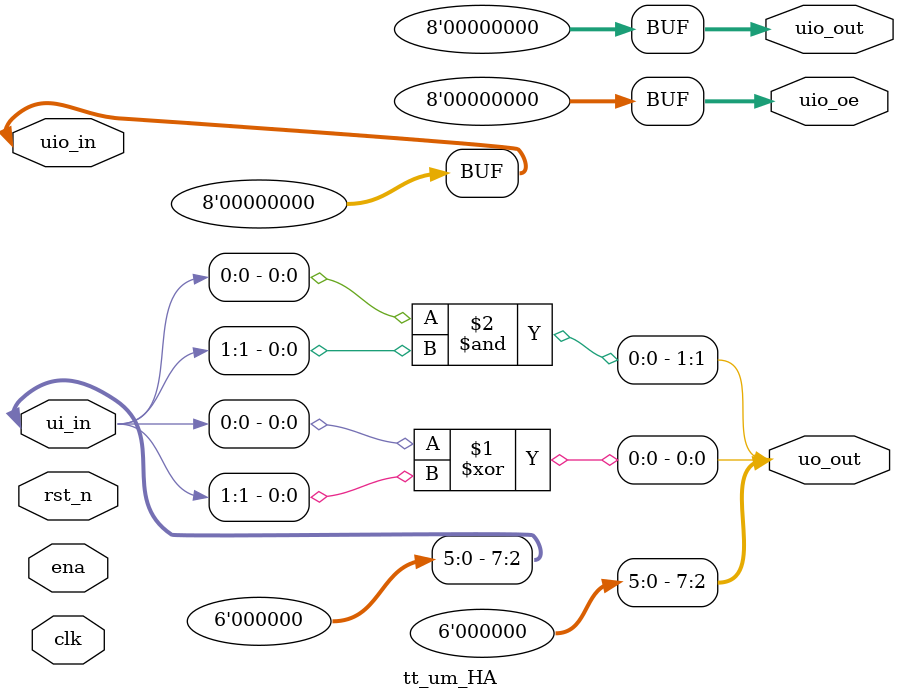
<source format=v>
/*
 * Copyright (c) 2024 Your Name
 * SPDX-License-Identifier: Apache-2.0
 */

`define default_netname none

module tt_um_HA (
    input  wire [7:0] ui_in,    // Dedicated inputs
    output wire [7:0] uo_out,   // Dedicated outputs
    input  wire [7:0] uio_in,   // IOs: Input path
    output wire [7:0] uio_out,  // IOs: Output path
    output wire [7:0] uio_oe,   // IOs: Enable path (active high: 0=input, 1=output)
    input  wire       ena,      // will go high when the design is enabled
    input  wire       clk,      // clock
    input  wire       rst_n     // reset_n - low to reset
);

  // All output pins must be assigned. If not used, assign to 0.
  // assign uo_out  = ui_in + uio_in;  // Example: ou_out is the sum of ui_in and uio_in
    assign ui_in[7:2] = 6'b000000;
    assign uo_out[7:2] = 6'b000000;
    assign uio_in = 0; 
    assign uio_out = 0; 
    assign uio_oe  = 0;
    assign uo_out[0] = ui_in[0] ^ ui_in[1]; // assigning sum
    assign uo_out[1] = ui_in[0] & ui_in[1]; // assigning carry
endmodule

</source>
